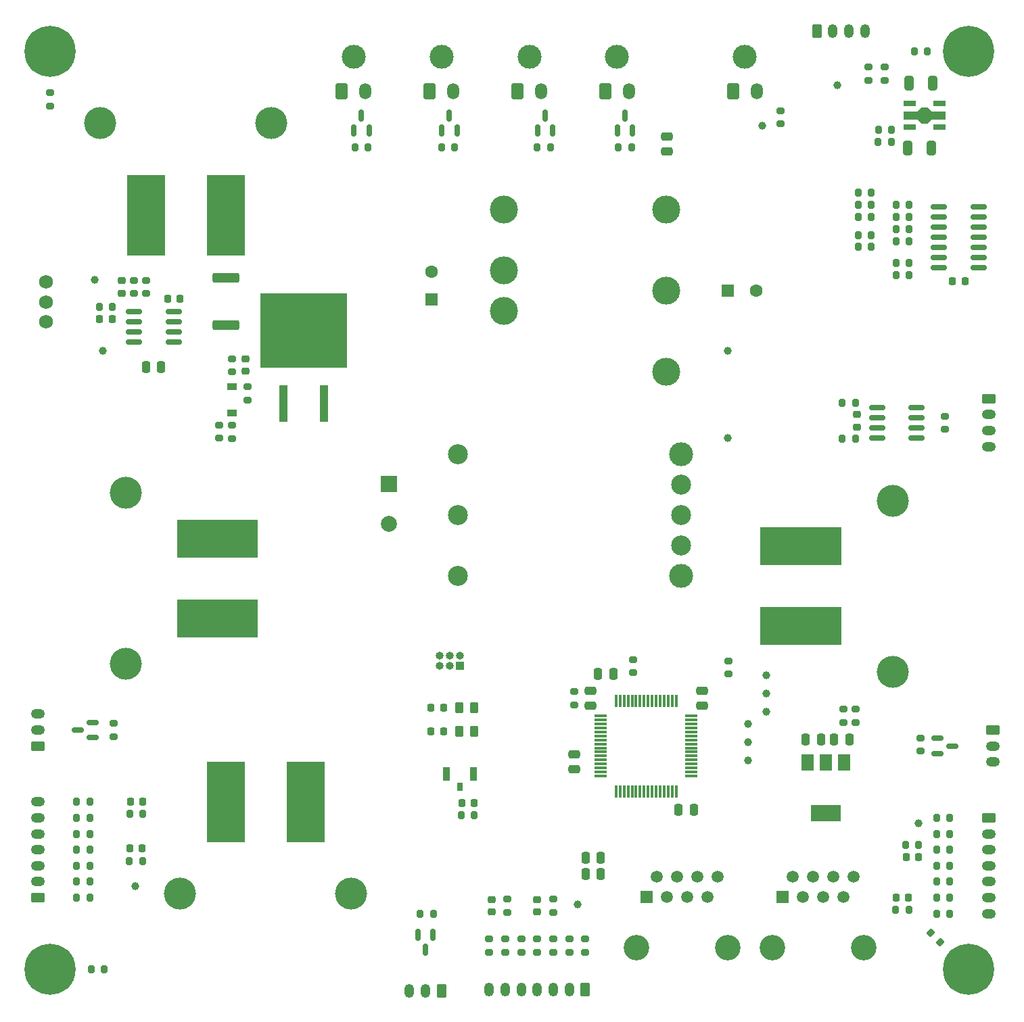
<source format=gbr>
%TF.GenerationSoftware,KiCad,Pcbnew,(6.0.4)*%
%TF.CreationDate,2022-05-04T17:07:44-02:30*%
%TF.ProjectId,interstate,696e7465-7273-4746-9174-652e6b696361,rev?*%
%TF.SameCoordinates,Original*%
%TF.FileFunction,Soldermask,Top*%
%TF.FilePolarity,Negative*%
%FSLAX46Y46*%
G04 Gerber Fmt 4.6, Leading zero omitted, Abs format (unit mm)*
G04 Created by KiCad (PCBNEW (6.0.4)) date 2022-05-04 17:07:44*
%MOMM*%
%LPD*%
G01*
G04 APERTURE LIST*
G04 Aperture macros list*
%AMRoundRect*
0 Rectangle with rounded corners*
0 $1 Rounding radius*
0 $2 $3 $4 $5 $6 $7 $8 $9 X,Y pos of 4 corners*
0 Add a 4 corners polygon primitive as box body*
4,1,4,$2,$3,$4,$5,$6,$7,$8,$9,$2,$3,0*
0 Add four circle primitives for the rounded corners*
1,1,$1+$1,$2,$3*
1,1,$1+$1,$4,$5*
1,1,$1+$1,$6,$7*
1,1,$1+$1,$8,$9*
0 Add four rect primitives between the rounded corners*
20,1,$1+$1,$2,$3,$4,$5,0*
20,1,$1+$1,$4,$5,$6,$7,0*
20,1,$1+$1,$6,$7,$8,$9,0*
20,1,$1+$1,$8,$9,$2,$3,0*%
%AMFreePoly0*
4,1,13,0.900000,0.500000,2.600000,0.500000,2.600000,-0.500000,0.900000,-0.500000,0.400000,-1.000000,-0.400000,-1.000000,-0.900000,-0.500000,-2.600000,-0.500000,-2.600000,0.500000,-0.900000,0.500000,-0.400000,1.000000,0.400000,1.000000,0.900000,0.500000,0.900000,0.500000,$1*%
G04 Aperture macros list end*
%ADD10R,0.900000X1.700000*%
%ADD11R,0.800000X1.100000*%
%ADD12C,1.000000*%
%ADD13C,1.750000*%
%ADD14RoundRect,0.200000X-0.275000X0.200000X-0.275000X-0.200000X0.275000X-0.200000X0.275000X0.200000X0*%
%ADD15C,3.000000*%
%ADD16C,2.500000*%
%ADD17RoundRect,0.200000X-0.200000X-0.275000X0.200000X-0.275000X0.200000X0.275000X-0.200000X0.275000X0*%
%ADD18RoundRect,0.225000X-0.250000X0.225000X-0.250000X-0.225000X0.250000X-0.225000X0.250000X0.225000X0*%
%ADD19RoundRect,0.150000X0.825000X0.150000X-0.825000X0.150000X-0.825000X-0.150000X0.825000X-0.150000X0*%
%ADD20O,1.000000X1.000000*%
%ADD21R,1.000000X1.000000*%
%ADD22O,1.200000X1.750000*%
%ADD23RoundRect,0.250000X0.350000X0.625000X-0.350000X0.625000X-0.350000X-0.625000X0.350000X-0.625000X0*%
%ADD24RoundRect,0.250000X0.475000X-0.250000X0.475000X0.250000X-0.475000X0.250000X-0.475000X-0.250000X0*%
%ADD25RoundRect,0.250000X0.250000X0.475000X-0.250000X0.475000X-0.250000X-0.475000X0.250000X-0.475000X0*%
%ADD26RoundRect,0.150000X0.150000X-0.587500X0.150000X0.587500X-0.150000X0.587500X-0.150000X-0.587500X0*%
%ADD27RoundRect,0.200000X0.200000X0.275000X-0.200000X0.275000X-0.200000X-0.275000X0.200000X-0.275000X0*%
%ADD28R,1.500000X0.700000*%
%ADD29FreePoly0,0.000000*%
%ADD30O,1.500000X2.020000*%
%ADD31RoundRect,0.250001X-0.499999X-0.759999X0.499999X-0.759999X0.499999X0.759999X-0.499999X0.759999X0*%
%ADD32RoundRect,0.250000X-0.325000X-0.650000X0.325000X-0.650000X0.325000X0.650000X-0.325000X0.650000X0*%
%ADD33R,4.800000X5.100000*%
%ADD34C,4.000000*%
%ADD35RoundRect,0.075000X-0.700000X-0.075000X0.700000X-0.075000X0.700000X0.075000X-0.700000X0.075000X0*%
%ADD36RoundRect,0.075000X-0.075000X-0.700000X0.075000X-0.700000X0.075000X0.700000X-0.075000X0.700000X0*%
%ADD37RoundRect,0.250000X-0.250000X-0.475000X0.250000X-0.475000X0.250000X0.475000X-0.250000X0.475000X0*%
%ADD38RoundRect,0.250000X-1.425000X0.362500X-1.425000X-0.362500X1.425000X-0.362500X1.425000X0.362500X0*%
%ADD39RoundRect,0.200000X0.275000X-0.200000X0.275000X0.200000X-0.275000X0.200000X-0.275000X-0.200000X0*%
%ADD40RoundRect,0.150000X0.587500X0.150000X-0.587500X0.150000X-0.587500X-0.150000X0.587500X-0.150000X0*%
%ADD41O,1.750000X1.200000*%
%ADD42RoundRect,0.250000X0.625000X-0.350000X0.625000X0.350000X-0.625000X0.350000X-0.625000X-0.350000X0*%
%ADD43RoundRect,0.250000X0.262500X0.450000X-0.262500X0.450000X-0.262500X-0.450000X0.262500X-0.450000X0*%
%ADD44RoundRect,0.225000X0.225000X0.250000X-0.225000X0.250000X-0.225000X-0.250000X0.225000X-0.250000X0*%
%ADD45R,1.600000X1.600000*%
%ADD46C,1.600000*%
%ADD47C,3.500000*%
%ADD48RoundRect,0.250000X-0.350000X-0.625000X0.350000X-0.625000X0.350000X0.625000X-0.350000X0.625000X0*%
%ADD49RoundRect,0.200000X0.335876X0.053033X0.053033X0.335876X-0.335876X-0.053033X-0.053033X-0.335876X0*%
%ADD50R,5.100000X4.800000*%
%ADD51RoundRect,0.250000X-0.625000X0.350000X-0.625000X-0.350000X0.625000X-0.350000X0.625000X0.350000X0*%
%ADD52C,1.500000*%
%ADD53R,1.500000X1.500000*%
%ADD54C,3.200000*%
%ADD55C,0.800000*%
%ADD56C,6.400000*%
%ADD57R,1.200000X0.900000*%
%ADD58R,2.000000X2.000000*%
%ADD59C,2.000000*%
%ADD60RoundRect,0.225000X0.250000X-0.225000X0.250000X0.225000X-0.250000X0.225000X-0.250000X-0.225000X0*%
%ADD61RoundRect,0.150000X-0.150000X0.587500X-0.150000X-0.587500X0.150000X-0.587500X0.150000X0.587500X0*%
%ADD62RoundRect,0.225000X-0.225000X-0.250000X0.225000X-0.250000X0.225000X0.250000X-0.225000X0.250000X0*%
%ADD63R,1.500000X2.000000*%
%ADD64R,3.800000X2.000000*%
%ADD65RoundRect,0.218750X-0.218750X-0.256250X0.218750X-0.256250X0.218750X0.256250X-0.218750X0.256250X0*%
%ADD66RoundRect,0.150000X-0.825000X-0.150000X0.825000X-0.150000X0.825000X0.150000X-0.825000X0.150000X0*%
%ADD67R,1.100000X4.600000*%
%ADD68R,10.800000X9.400000*%
%ADD69RoundRect,0.150000X-0.587500X-0.150000X0.587500X-0.150000X0.587500X0.150000X-0.587500X0.150000X0*%
G04 APERTURE END LIST*
D10*
%TO.C,SW1*%
X104600000Y-145506000D03*
X108000000Y-145506000D03*
D11*
X106300000Y-147146000D03*
%TD*%
D12*
%TO.C,TP9*%
X121032000Y-161820000D03*
%TD*%
%TO.C,TP8*%
X163704000Y-151660000D03*
%TD*%
%TO.C,TP7*%
X65660000Y-159534000D03*
%TD*%
D13*
%TO.C,SW2*%
X54484000Y-88882000D03*
X54484000Y-86382000D03*
X54484000Y-83882000D03*
%TD*%
D14*
%TO.C,R3*%
X146432000Y-62443000D03*
X146432000Y-64093000D03*
%TD*%
D12*
%TO.C,PB7*%
X144654000Y-133118000D03*
%TD*%
%TO.C,PB5*%
X144654000Y-135404000D03*
%TD*%
%TO.C,PB4*%
X144654000Y-137690000D03*
%TD*%
%TO.C,PB3*%
X142368000Y-139214000D03*
%TD*%
%TO.C,PA15*%
X142368000Y-141500000D03*
%TD*%
%TO.C,PA7*%
X142368000Y-143786000D03*
%TD*%
%TO.C,REF\u002A\u002A*%
X144146000Y-64284000D03*
%TD*%
%TO.C,nESTOP2*%
X153544000Y-59204000D03*
%TD*%
%TO.C,24V*%
X139828000Y-103400000D03*
%TD*%
%TO.C,12V*%
X139828000Y-92478000D03*
%TD*%
%TO.C,FB*%
X61596000Y-92478000D03*
%TD*%
%TO.C,SYS_ON*%
X60580000Y-83588000D03*
%TD*%
D15*
%TO.C,U2*%
X133986000Y-105432000D03*
D16*
X133986000Y-109242000D03*
X133986000Y-113052000D03*
X133986000Y-116862000D03*
D15*
X133986000Y-120672000D03*
D16*
X106046000Y-120672000D03*
X106046000Y-113052000D03*
X106046000Y-105432000D03*
%TD*%
D14*
%TO.C,R78*%
X55000000Y-60175000D03*
X55000000Y-61825000D03*
%TD*%
D17*
%TO.C,R8*%
X156148000Y-72666000D03*
X157798000Y-72666000D03*
%TD*%
%TO.C,R76*%
X154175000Y-103500000D03*
X155825000Y-103500000D03*
%TD*%
D18*
%TO.C,C10*%
X79500000Y-93525000D03*
X79500000Y-95075000D03*
%TD*%
D19*
%TO.C,U1*%
X166275000Y-82060000D03*
X166275000Y-80790000D03*
X166275000Y-79520000D03*
X166275000Y-78250000D03*
X166275000Y-76980000D03*
X166275000Y-75710000D03*
X166275000Y-74440000D03*
X171225000Y-74440000D03*
X171225000Y-75710000D03*
X171225000Y-76980000D03*
X171225000Y-78250000D03*
X171225000Y-79520000D03*
X171225000Y-80790000D03*
X171225000Y-82060000D03*
%TD*%
D20*
%TO.C,J20*%
X103765000Y-130715000D03*
X103765000Y-131985000D03*
X105035000Y-130715000D03*
X105035000Y-131985000D03*
X106305000Y-130715000D03*
D21*
X106305000Y-131985000D03*
%TD*%
D22*
%TO.C,J18*%
X110000000Y-172550000D03*
X112000000Y-172550000D03*
X114000000Y-172550000D03*
X116000000Y-172550000D03*
X118000000Y-172550000D03*
X120000000Y-172550000D03*
D23*
X122000000Y-172550000D03*
%TD*%
D24*
%TO.C,C19*%
X122625000Y-136950000D03*
X122625000Y-135050000D03*
%TD*%
D17*
%TO.C,R60*%
X166000000Y-153000000D03*
X167650000Y-153000000D03*
%TD*%
D14*
%TO.C,R38*%
X164000000Y-141000000D03*
X164000000Y-142650000D03*
%TD*%
D17*
%TO.C,R63*%
X166000000Y-159000000D03*
X167650000Y-159000000D03*
%TD*%
D25*
%TO.C,C7*%
X151512000Y-141224000D03*
X149612000Y-141224000D03*
%TD*%
D26*
%TO.C,Q2*%
X116050000Y-64937500D03*
X117950000Y-64937500D03*
X117000000Y-63062500D03*
%TD*%
D27*
%TO.C,R54*%
X58350000Y-157000000D03*
X60000000Y-157000000D03*
%TD*%
D24*
%TO.C,C20*%
X120625000Y-144950000D03*
X120625000Y-143050000D03*
%TD*%
D28*
%TO.C,U4*%
X162650000Y-61500000D03*
D29*
X164500000Y-63000000D03*
D28*
X162650000Y-64500000D03*
X166350000Y-64500000D03*
X166350000Y-61500000D03*
%TD*%
D30*
%TO.C,J4*%
X116500000Y-59970000D03*
D31*
X113500000Y-59970000D03*
D15*
X115000000Y-55650000D03*
%TD*%
D17*
%TO.C,R9*%
X156175000Y-79500000D03*
X157825000Y-79500000D03*
%TD*%
D14*
%TO.C,R66*%
X122000000Y-166175000D03*
X122000000Y-167825000D03*
%TD*%
D32*
%TO.C,C4*%
X162405000Y-67078000D03*
X165355000Y-67078000D03*
%TD*%
D33*
%TO.C,J14*%
X77000000Y-146495000D03*
X77000000Y-151495000D03*
X87000000Y-151495000D03*
X87000000Y-146495000D03*
D34*
X71270000Y-160495000D03*
X92730000Y-160495000D03*
%TD*%
D25*
%TO.C,C6*%
X68900000Y-94500000D03*
X67000000Y-94500000D03*
%TD*%
D35*
%TO.C,U9*%
X123950000Y-138250000D03*
X123950000Y-138750000D03*
X123950000Y-139250000D03*
X123950000Y-139750000D03*
X123950000Y-140250000D03*
X123950000Y-140750000D03*
X123950000Y-141250000D03*
X123950000Y-141750000D03*
X123950000Y-142250000D03*
X123950000Y-142750000D03*
X123950000Y-143250000D03*
X123950000Y-143750000D03*
X123950000Y-144250000D03*
X123950000Y-144750000D03*
X123950000Y-145250000D03*
X123950000Y-145750000D03*
D36*
X125875000Y-147675000D03*
X126375000Y-147675000D03*
X126875000Y-147675000D03*
X127375000Y-147675000D03*
X127875000Y-147675000D03*
X128375000Y-147675000D03*
X128875000Y-147675000D03*
X129375000Y-147675000D03*
X129875000Y-147675000D03*
X130375000Y-147675000D03*
X130875000Y-147675000D03*
X131375000Y-147675000D03*
X131875000Y-147675000D03*
X132375000Y-147675000D03*
X132875000Y-147675000D03*
X133375000Y-147675000D03*
D35*
X135300000Y-145750000D03*
X135300000Y-145250000D03*
X135300000Y-144750000D03*
X135300000Y-144250000D03*
X135300000Y-143750000D03*
X135300000Y-143250000D03*
X135300000Y-142750000D03*
X135300000Y-142250000D03*
X135300000Y-141750000D03*
X135300000Y-141250000D03*
X135300000Y-140750000D03*
X135300000Y-140250000D03*
X135300000Y-139750000D03*
X135300000Y-139250000D03*
X135300000Y-138750000D03*
X135300000Y-138250000D03*
D36*
X133375000Y-136325000D03*
X132875000Y-136325000D03*
X132375000Y-136325000D03*
X131875000Y-136325000D03*
X131375000Y-136325000D03*
X130875000Y-136325000D03*
X130375000Y-136325000D03*
X129875000Y-136325000D03*
X129375000Y-136325000D03*
X128875000Y-136325000D03*
X128375000Y-136325000D03*
X127875000Y-136325000D03*
X127375000Y-136325000D03*
X126875000Y-136325000D03*
X126375000Y-136325000D03*
X125875000Y-136325000D03*
%TD*%
D37*
%TO.C,C25*%
X122050000Y-156000000D03*
X123950000Y-156000000D03*
%TD*%
D38*
%TO.C,R21*%
X77050000Y-83387500D03*
X77050000Y-89312500D03*
%TD*%
D39*
%TO.C,R5*%
X157481000Y-58632000D03*
X157481000Y-56982000D03*
%TD*%
D40*
%TO.C,Q6*%
X60387500Y-140950000D03*
X60387500Y-139050000D03*
X58512500Y-140000000D03*
%TD*%
D41*
%TO.C,J13*%
X53450000Y-138000000D03*
X53450000Y-140000000D03*
D42*
X53450000Y-142000000D03*
%TD*%
D43*
%TO.C,R46*%
X106253000Y-140182000D03*
X108078000Y-140182000D03*
%TD*%
D44*
%TO.C,C13*%
X162450000Y-161036000D03*
X160900000Y-161036000D03*
%TD*%
D17*
%TO.C,R14*%
X158675000Y-66316000D03*
X160325000Y-66316000D03*
%TD*%
D14*
%TO.C,R17*%
X67000000Y-83675000D03*
X67000000Y-85325000D03*
%TD*%
D27*
%TO.C,R53*%
X60000000Y-159000000D03*
X58350000Y-159000000D03*
%TD*%
D17*
%TO.C,R43*%
X160925000Y-74250000D03*
X162575000Y-74250000D03*
%TD*%
D39*
%TO.C,R49*%
X128017000Y-132825000D03*
X128017000Y-131175000D03*
%TD*%
D14*
%TO.C,R68*%
X118000000Y-167825000D03*
X118000000Y-166175000D03*
%TD*%
D45*
%TO.C,C2*%
X102744000Y-86107651D03*
D46*
X102744000Y-82607651D03*
%TD*%
D27*
%TO.C,R29*%
X62825000Y-87000000D03*
X61175000Y-87000000D03*
%TD*%
D25*
%TO.C,C24*%
X135575000Y-150000000D03*
X133675000Y-150000000D03*
%TD*%
D47*
%TO.C,U5*%
X132170000Y-95160000D03*
X132170000Y-85000000D03*
X132170000Y-74840000D03*
X111850000Y-74840000D03*
X111850000Y-82460000D03*
X111850000Y-87540000D03*
%TD*%
D22*
%TO.C,J3*%
X157000000Y-52450000D03*
X155000000Y-52450000D03*
X153000000Y-52450000D03*
D48*
X151000000Y-52450000D03*
%TD*%
D49*
%TO.C,R81*%
X166408363Y-166583363D03*
X165241637Y-165416637D03*
%TD*%
D27*
%TO.C,R12*%
X157798000Y-75750000D03*
X156148000Y-75750000D03*
%TD*%
D24*
%TO.C,C21*%
X136625000Y-136950000D03*
X136625000Y-135050000D03*
%TD*%
D50*
%TO.C,J11*%
X78505000Y-116000000D03*
X73505000Y-116000000D03*
X78505000Y-126000000D03*
X73505000Y-126000000D03*
D34*
X64505000Y-131730000D03*
X64505000Y-110270000D03*
%TD*%
D17*
%TO.C,R64*%
X166000000Y-161000000D03*
X167650000Y-161000000D03*
%TD*%
D32*
%TO.C,C8*%
X162525000Y-59000000D03*
X165475000Y-59000000D03*
%TD*%
D17*
%TO.C,R42*%
X160925000Y-75750000D03*
X162575000Y-75750000D03*
%TD*%
%TO.C,R61*%
X167650000Y-155000000D03*
X166000000Y-155000000D03*
%TD*%
D37*
%TO.C,C5*%
X153162000Y-141224000D03*
X155062000Y-141224000D03*
%TD*%
D14*
%TO.C,R69*%
X116000000Y-166175000D03*
X116000000Y-167825000D03*
%TD*%
D22*
%TO.C,J19*%
X100000000Y-172650000D03*
X102000000Y-172650000D03*
D23*
X104000000Y-172650000D03*
%TD*%
D45*
%TO.C,C26*%
X139884000Y-85000000D03*
D46*
X143384000Y-85000000D03*
%TD*%
D39*
%TO.C,R37*%
X63000000Y-140825000D03*
X63000000Y-139175000D03*
%TD*%
D51*
%TO.C,J16*%
X173000000Y-140000000D03*
D41*
X173000000Y-142000000D03*
X173000000Y-144000000D03*
%TD*%
D52*
%TO.C,J9*%
X138607500Y-158360000D03*
X137337500Y-160900000D03*
X136067500Y-158360000D03*
X134797500Y-160900000D03*
X133527500Y-158360000D03*
X132257500Y-160900000D03*
X130987500Y-158360000D03*
D53*
X129717500Y-160900000D03*
D54*
X128447500Y-167250000D03*
X139877500Y-167250000D03*
%TD*%
D55*
%TO.C,H3*%
X53302944Y-171697056D03*
X52600000Y-170000000D03*
X56697056Y-168302944D03*
D56*
X55000000Y-170000000D03*
D55*
X53302944Y-168302944D03*
X56697056Y-171697056D03*
X57400000Y-170000000D03*
X55000000Y-167600000D03*
X55000000Y-172400000D03*
%TD*%
D27*
%TO.C,R52*%
X60000000Y-161000000D03*
X58350000Y-161000000D03*
%TD*%
D14*
%TO.C,R26*%
X79775000Y-97000000D03*
X79775000Y-98650000D03*
%TD*%
D17*
%TO.C,R34*%
X160850000Y-162536000D03*
X162500000Y-162536000D03*
%TD*%
D39*
%TO.C,R4*%
X159481000Y-58632000D03*
X159481000Y-56982000D03*
%TD*%
D17*
%TO.C,R1*%
X93175000Y-67000000D03*
X94825000Y-67000000D03*
%TD*%
D30*
%TO.C,J5*%
X105500000Y-59970000D03*
D31*
X102500000Y-59970000D03*
D15*
X104000000Y-55650000D03*
%TD*%
D17*
%TO.C,R65*%
X166000000Y-163000000D03*
X167650000Y-163000000D03*
%TD*%
D39*
%TO.C,R51*%
X120625000Y-136825000D03*
X120625000Y-135175000D03*
%TD*%
D55*
%TO.C,H1*%
X52600000Y-55000000D03*
X56697056Y-53302944D03*
X57400000Y-55000000D03*
D56*
X55000000Y-55000000D03*
D55*
X55000000Y-57400000D03*
X53302944Y-53302944D03*
X55000000Y-52600000D03*
X56697056Y-56697056D03*
X53302944Y-56697056D03*
%TD*%
D57*
%TO.C,D1*%
X77775000Y-97000000D03*
X77775000Y-100300000D03*
%TD*%
D27*
%TO.C,R56*%
X60000000Y-153000000D03*
X58350000Y-153000000D03*
%TD*%
D58*
%TO.C,C3*%
X97410000Y-109160323D03*
D59*
X97410000Y-114160323D03*
%TD*%
D55*
%TO.C,H2*%
X168302944Y-56697056D03*
X170000000Y-57400000D03*
X172400000Y-55000000D03*
X170000000Y-52600000D03*
D56*
X170000000Y-55000000D03*
D55*
X167600000Y-55000000D03*
X171697056Y-53302944D03*
X171697056Y-56697056D03*
X168302944Y-53302944D03*
%TD*%
D14*
%TO.C,R15*%
X155830000Y-137399000D03*
X155830000Y-139049000D03*
%TD*%
D17*
%TO.C,R2*%
X116000000Y-67000000D03*
X117650000Y-67000000D03*
%TD*%
D60*
%TO.C,C12*%
X116000000Y-162775000D03*
X116000000Y-161225000D03*
%TD*%
D17*
%TO.C,R62*%
X166000000Y-157000000D03*
X167650000Y-157000000D03*
%TD*%
D39*
%TO.C,R18*%
X65500000Y-85325000D03*
X65500000Y-83675000D03*
%TD*%
D61*
%TO.C,Q8*%
X102950000Y-165612500D03*
X101050000Y-165612500D03*
X102000000Y-167487500D03*
%TD*%
D39*
%TO.C,R28*%
X76201000Y-103463000D03*
X76201000Y-101813000D03*
%TD*%
D62*
%TO.C,C1*%
X167975000Y-83750000D03*
X169525000Y-83750000D03*
%TD*%
D63*
%TO.C,U3*%
X154412000Y-144074000D03*
X152112000Y-144074000D03*
X149812000Y-144074000D03*
D64*
X152112000Y-150374000D03*
%TD*%
D37*
%TO.C,C9*%
X122050000Y-158000000D03*
X123950000Y-158000000D03*
%TD*%
D30*
%TO.C,J2*%
X143500000Y-59970000D03*
D31*
X140500000Y-59970000D03*
D15*
X142000000Y-55650000D03*
%TD*%
D55*
%TO.C,H4*%
X170000000Y-172400000D03*
X171697056Y-171697056D03*
X171697056Y-168302944D03*
X167600000Y-170000000D03*
X168302944Y-171697056D03*
X172400000Y-170000000D03*
X168302944Y-168302944D03*
D56*
X170000000Y-170000000D03*
D55*
X170000000Y-167600000D03*
%TD*%
D44*
%TO.C,C18*%
X106541000Y-149120000D03*
X108091000Y-149120000D03*
%TD*%
D27*
%TO.C,R79*%
X164825000Y-55000000D03*
X163175000Y-55000000D03*
%TD*%
D24*
%TO.C,C27*%
X132207000Y-67559000D03*
X132207000Y-65659000D03*
%TD*%
D33*
%TO.C,J7*%
X77000000Y-78000000D03*
X77000000Y-73000000D03*
X67000000Y-78000000D03*
X67000000Y-73000000D03*
D34*
X82730000Y-64000000D03*
X61270000Y-64000000D03*
%TD*%
D65*
%TO.C,D3*%
X104278000Y-137182000D03*
X102703000Y-137182000D03*
%TD*%
D14*
%TO.C,R16*%
X154306000Y-137399000D03*
X154306000Y-139049000D03*
%TD*%
D17*
%TO.C,R11*%
X156148000Y-74190000D03*
X157798000Y-74190000D03*
%TD*%
D41*
%TO.C,J10*%
X172550000Y-104500000D03*
X172550000Y-102500000D03*
X172550000Y-100500000D03*
D51*
X172550000Y-98500000D03*
%TD*%
D66*
%TO.C,U7*%
X158525000Y-99595000D03*
X158525000Y-100865000D03*
X158525000Y-102135000D03*
X158525000Y-103405000D03*
X163475000Y-103405000D03*
X163475000Y-102135000D03*
X163475000Y-100865000D03*
X163475000Y-99595000D03*
%TD*%
D62*
%TO.C,C15*%
X65050000Y-149000000D03*
X66600000Y-149000000D03*
%TD*%
D37*
%TO.C,C22*%
X123625000Y-133000000D03*
X125525000Y-133000000D03*
%TD*%
D17*
%TO.C,R7*%
X126175000Y-67000000D03*
X127825000Y-67000000D03*
%TD*%
%TO.C,R40*%
X160925000Y-78750000D03*
X162575000Y-78750000D03*
%TD*%
%TO.C,R80*%
X60175000Y-170000000D03*
X61825000Y-170000000D03*
%TD*%
D14*
%TO.C,R70*%
X114000000Y-166175000D03*
X114000000Y-167825000D03*
%TD*%
D27*
%TO.C,R44*%
X162575000Y-81500000D03*
X160925000Y-81500000D03*
%TD*%
D14*
%TO.C,R72*%
X110000000Y-166175000D03*
X110000000Y-167825000D03*
%TD*%
D43*
%TO.C,R47*%
X106253000Y-137182000D03*
X108078000Y-137182000D03*
%TD*%
D27*
%TO.C,R57*%
X60000000Y-151000000D03*
X58350000Y-151000000D03*
%TD*%
%TO.C,R58*%
X60000000Y-149000000D03*
X58350000Y-149000000D03*
%TD*%
D52*
%TO.C,J8*%
X155607500Y-158360000D03*
X154337500Y-160900000D03*
X153067500Y-158360000D03*
X151797500Y-160900000D03*
X150527500Y-158360000D03*
X149257500Y-160900000D03*
X147987500Y-158360000D03*
D53*
X146717500Y-160900000D03*
D54*
X156877500Y-167250000D03*
X145447500Y-167250000D03*
%TD*%
D17*
%TO.C,R41*%
X160925000Y-77250000D03*
X162575000Y-77250000D03*
%TD*%
D44*
%TO.C,C14*%
X163716000Y-155932000D03*
X162166000Y-155932000D03*
%TD*%
D17*
%TO.C,R6*%
X104000000Y-67000000D03*
X105650000Y-67000000D03*
%TD*%
D14*
%TO.C,R71*%
X112000000Y-166175000D03*
X112000000Y-167825000D03*
%TD*%
D60*
%TO.C,C28*%
X64000000Y-85275000D03*
X64000000Y-83725000D03*
%TD*%
D44*
%TO.C,C29*%
X71275000Y-86000000D03*
X69725000Y-86000000D03*
%TD*%
D26*
%TO.C,Q4*%
X126050000Y-64937500D03*
X127950000Y-64937500D03*
X127000000Y-63062500D03*
%TD*%
D39*
%TO.C,R73*%
X77775000Y-103475000D03*
X77775000Y-101825000D03*
%TD*%
D67*
%TO.C,Q5*%
X89315000Y-99075000D03*
D68*
X86775000Y-89925000D03*
D67*
X84235000Y-99075000D03*
%TD*%
D26*
%TO.C,Q3*%
X104050000Y-64937500D03*
X105950000Y-64937500D03*
X105000000Y-63062500D03*
%TD*%
D39*
%TO.C,R30*%
X139955000Y-131341000D03*
X139955000Y-132991000D03*
%TD*%
D51*
%TO.C,J15*%
X172550000Y-151000000D03*
D41*
X172550000Y-153000000D03*
X172550000Y-155000000D03*
X172550000Y-157000000D03*
X172550000Y-159000000D03*
X172550000Y-161000000D03*
X172550000Y-163000000D03*
%TD*%
D27*
%TO.C,R10*%
X157825000Y-78000000D03*
X156175000Y-78000000D03*
%TD*%
%TO.C,R39*%
X103000000Y-163000000D03*
X101350000Y-163000000D03*
%TD*%
D17*
%TO.C,R50*%
X108141000Y-150644000D03*
X106491000Y-150644000D03*
%TD*%
D60*
%TO.C,C17*%
X156000000Y-102050000D03*
X156000000Y-100500000D03*
%TD*%
D62*
%TO.C,C16*%
X65000000Y-154835000D03*
X66550000Y-154835000D03*
%TD*%
D14*
%TO.C,R67*%
X120000000Y-166175000D03*
X120000000Y-167825000D03*
%TD*%
D27*
%TO.C,R32*%
X66650000Y-150500000D03*
X65000000Y-150500000D03*
%TD*%
D17*
%TO.C,R13*%
X158688000Y-64792000D03*
X160338000Y-64792000D03*
%TD*%
%TO.C,R75*%
X154175000Y-99000000D03*
X155825000Y-99000000D03*
%TD*%
D69*
%TO.C,Q7*%
X166062500Y-141050000D03*
X166062500Y-142950000D03*
X167937500Y-142000000D03*
%TD*%
D14*
%TO.C,R48*%
X167000000Y-100675000D03*
X167000000Y-102325000D03*
%TD*%
D50*
%TO.C,J17*%
X151495000Y-127000000D03*
X146495000Y-127000000D03*
X151495000Y-117000000D03*
X146495000Y-117000000D03*
D34*
X160495000Y-111270000D03*
X160495000Y-132730000D03*
%TD*%
D66*
%TO.C,U6*%
X65525000Y-87595000D03*
X65525000Y-88865000D03*
X65525000Y-90135000D03*
X65525000Y-91405000D03*
X70475000Y-91405000D03*
X70475000Y-90135000D03*
X70475000Y-88865000D03*
X70475000Y-87595000D03*
%TD*%
D30*
%TO.C,J6*%
X127500000Y-59970000D03*
D31*
X124500000Y-59970000D03*
D15*
X126000000Y-55650000D03*
%TD*%
D65*
%TO.C,D2*%
X104278000Y-140182000D03*
X102703000Y-140182000D03*
%TD*%
D26*
%TO.C,Q1*%
X93050000Y-64875000D03*
X94950000Y-64875000D03*
X94000000Y-63000000D03*
%TD*%
D14*
%TO.C,R36*%
X112268000Y-161175000D03*
X112268000Y-162825000D03*
%TD*%
D39*
%TO.C,R27*%
X77775000Y-95125000D03*
X77775000Y-93475000D03*
%TD*%
D14*
%TO.C,R35*%
X118000000Y-161175000D03*
X118000000Y-162825000D03*
%TD*%
D44*
%TO.C,C30*%
X62775000Y-88500000D03*
X61225000Y-88500000D03*
%TD*%
D17*
%TO.C,R59*%
X166000000Y-151000000D03*
X167650000Y-151000000D03*
%TD*%
D60*
%TO.C,C11*%
X110268000Y-162775000D03*
X110268000Y-161225000D03*
%TD*%
D27*
%TO.C,R31*%
X66600000Y-156400000D03*
X64950000Y-156400000D03*
%TD*%
%TO.C,R55*%
X60000000Y-155000000D03*
X58350000Y-155000000D03*
%TD*%
%TO.C,R45*%
X162575000Y-83000000D03*
X160925000Y-83000000D03*
%TD*%
D17*
%TO.C,R33*%
X162116000Y-154432000D03*
X163766000Y-154432000D03*
%TD*%
D30*
%TO.C,J1*%
X94500000Y-59970000D03*
D31*
X91500000Y-59970000D03*
D15*
X93000000Y-55650000D03*
%TD*%
D41*
%TO.C,J12*%
X53450000Y-149000000D03*
X53450000Y-151000000D03*
X53450000Y-153000000D03*
X53450000Y-155000000D03*
X53450000Y-157000000D03*
X53450000Y-159000000D03*
D42*
X53450000Y-161000000D03*
%TD*%
M02*

</source>
